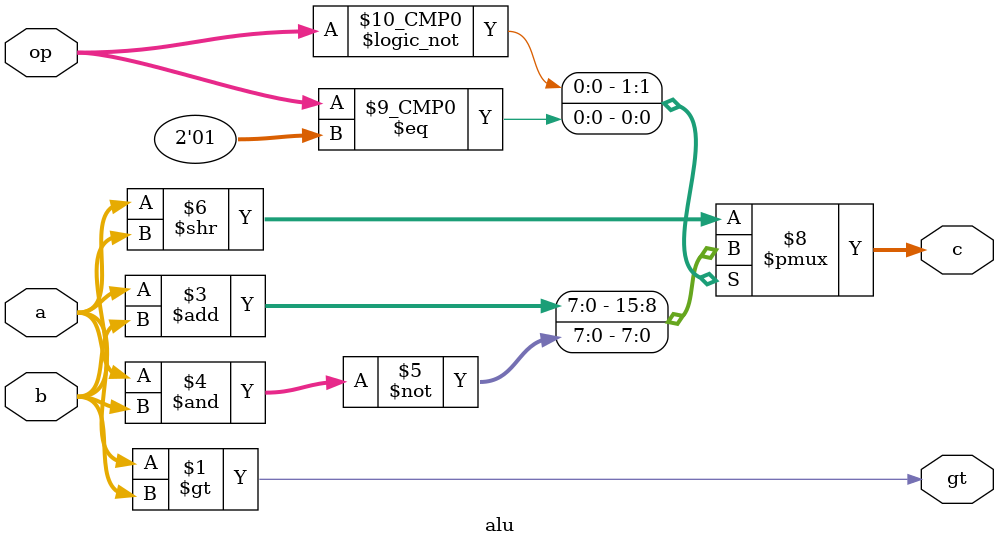
<source format=v>
module alu 

# 
(
    parameter WIDTH = 8
)

(
    input wire [WIDTH - 1 : 0] a,
    input wire [WIDTH - 1 : 0] b,
    output reg [WIDTH - 1 : 0] c,
    input wire [1:0] op,
    output wire gt
);



assign gt = a > b;

always @ (a or b or op) begin
    case (op)
        2'b00: c = a + b;
        2'b01: c = ~(a & b);
        default: c = a >> b;
    endcase
end

endmodule

</source>
